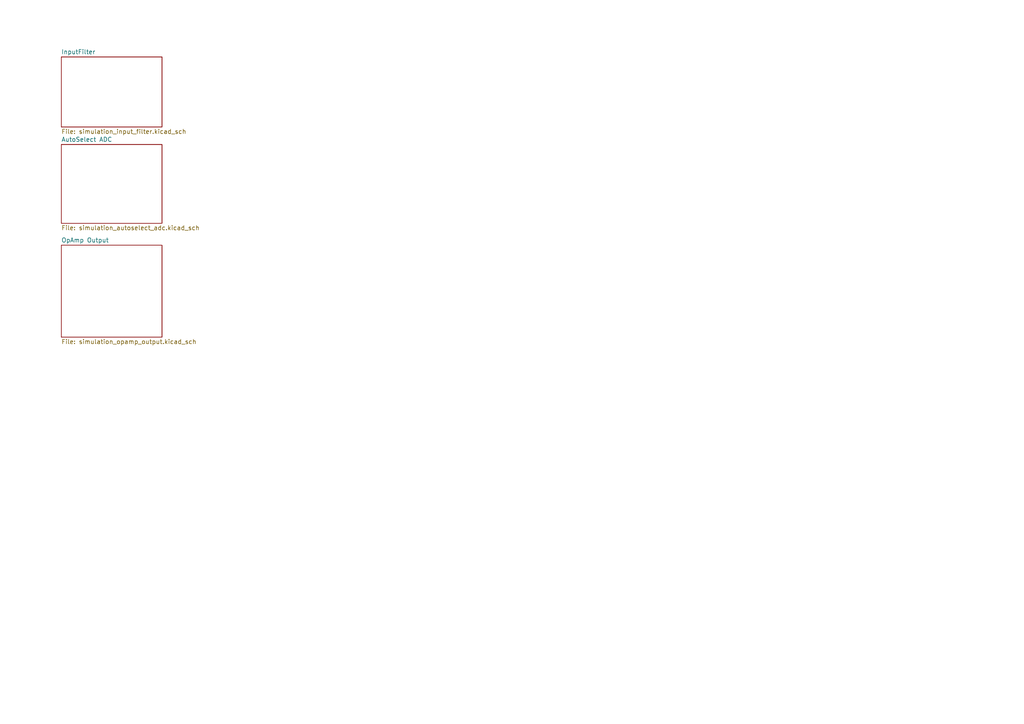
<source format=kicad_sch>
(kicad_sch
	(version 20250114)
	(generator "eeschema")
	(generator_version "9.0")
	(uuid "c9824754-8e97-491b-8f2d-a4bf8e556620")
	(paper "A4")
	(lib_symbols)
	(sheet
		(at 17.78 16.51)
		(size 29.21 20.32)
		(exclude_from_sim no)
		(in_bom yes)
		(on_board yes)
		(dnp no)
		(fields_autoplaced yes)
		(stroke
			(width 0.1524)
			(type solid)
		)
		(fill
			(color 0 0 0 0.0000)
		)
		(uuid "5d44c4f7-436a-4344-811f-a3228559ad5b")
		(property "Sheetname" "InputFilter"
			(at 17.78 15.7984 0)
			(effects
				(font
					(size 1.27 1.27)
				)
				(justify left bottom)
			)
		)
		(property "Sheetfile" "simulation_input_filter.kicad_sch"
			(at 17.78 37.4146 0)
			(effects
				(font
					(size 1.27 1.27)
				)
				(justify left top)
			)
		)
		(instances
			(project "avswitch"
				(path "/27d99f64-5b59-4054-806e-9fbbdd7153e5/11f1dc4d-d572-444d-82cb-b1131c8e8aa5"
					(page "9")
				)
			)
		)
	)
	(sheet
		(at 17.78 71.12)
		(size 29.21 26.67)
		(exclude_from_sim no)
		(in_bom yes)
		(on_board yes)
		(dnp no)
		(fields_autoplaced yes)
		(stroke
			(width 0.1524)
			(type solid)
		)
		(fill
			(color 0 0 0 0.0000)
		)
		(uuid "a43f082f-a6fe-4b19-bb52-5e6e34e06892")
		(property "Sheetname" "OpAmp Output"
			(at 17.78 70.4084 0)
			(effects
				(font
					(size 1.27 1.27)
				)
				(justify left bottom)
			)
		)
		(property "Sheetfile" "simulation_opamp_output.kicad_sch"
			(at 17.78 98.3746 0)
			(effects
				(font
					(size 1.27 1.27)
				)
				(justify left top)
			)
		)
		(instances
			(project "avswitch"
				(path "/27d99f64-5b59-4054-806e-9fbbdd7153e5/11f1dc4d-d572-444d-82cb-b1131c8e8aa5"
					(page "11")
				)
			)
		)
	)
	(sheet
		(at 17.78 41.91)
		(size 29.21 22.86)
		(exclude_from_sim no)
		(in_bom yes)
		(on_board yes)
		(dnp no)
		(fields_autoplaced yes)
		(stroke
			(width 0.1524)
			(type solid)
		)
		(fill
			(color 0 0 0 0.0000)
		)
		(uuid "ac459d4f-b6a8-43b4-a539-27c7f119d7ec")
		(property "Sheetname" "AutoSelect ADC"
			(at 17.78 41.1984 0)
			(effects
				(font
					(size 1.27 1.27)
				)
				(justify left bottom)
			)
		)
		(property "Sheetfile" "simulation_autoselect_adc.kicad_sch"
			(at 17.78 65.3546 0)
			(effects
				(font
					(size 1.27 1.27)
				)
				(justify left top)
			)
		)
		(instances
			(project "avswitch"
				(path "/27d99f64-5b59-4054-806e-9fbbdd7153e5/11f1dc4d-d572-444d-82cb-b1131c8e8aa5"
					(page "10")
				)
			)
		)
	)
)

</source>
